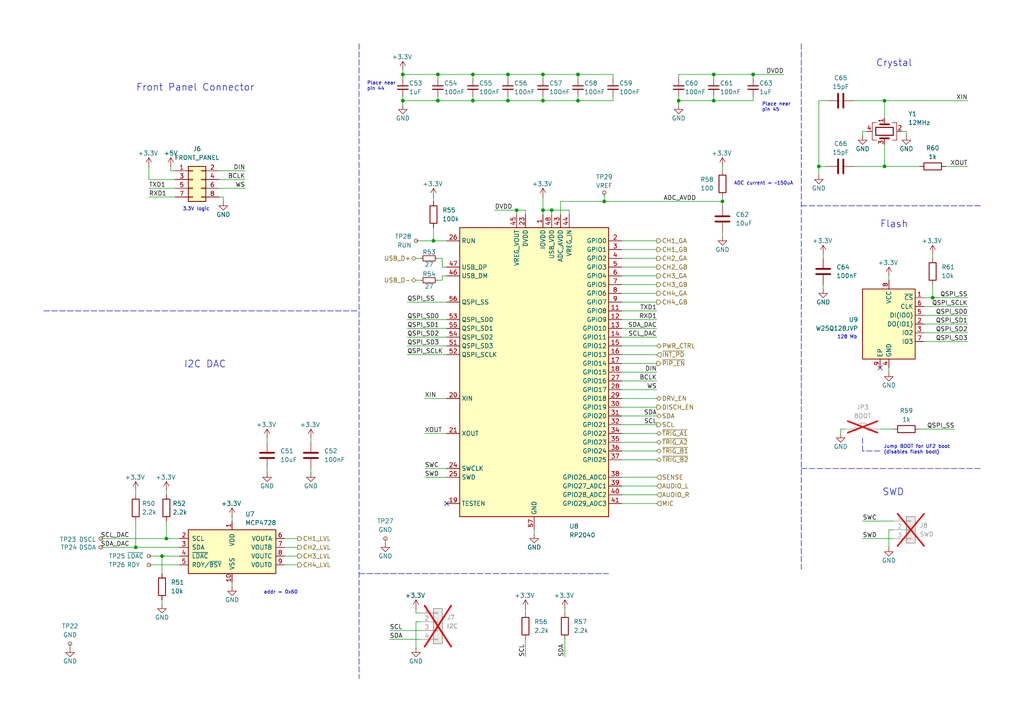
<source format=kicad_sch>
(kicad_sch (version 20231120) (generator "eeschema") (generator_version "8.0")
  (paper "A4")
  (title_block (title "SW32 - Main Board") (date "2024-05-31") (rev "1") (company "saawsm") (comment 4 "Main board controller."))
  (junction (at 39.37 158.75))
  (junction (at 167.64 29.21))
  (junction (at 127 29.21))
  (junction (at 137.16 21.59))
  (junction (at 125.73 69.85))
  (junction (at 157.48 29.21))
  (junction (at 116.84 29.21))
  (junction (at 218.44 21.59))
  (junction (at 137.16 29.21))
  (junction (at 209.55 58.42))
  (junction (at 270.51 86.36))
  (junction (at 256.54 29.21))
  (junction (at 48.26 156.21))
  (junction (at 116.84 21.59))
  (junction (at 207.01 29.21))
  (junction (at 127 21.59))
  (junction (at 256.54 48.26))
  (junction (at 147.32 29.21))
  (junction (at 157.48 21.59))
  (junction (at 157.48 60.96))
  (junction (at 237.49 48.26))
  (junction (at 149.86 60.96))
  (junction (at 46.99 161.29))
  (junction (at 207.01 21.59))
  (junction (at 196.85 29.21))
  (junction (at 147.32 21.59))
  (junction (at 167.64 21.59))
  (junction (at 160.02 60.96))
  (junction (at 175.26 58.42))
  (no_connect (at 129.54 146.05))
  (no_connect (at 255.27 106.68))
  (wire (pts (xy 125.73 66.04) (xy 125.73 69.85)))
  (wire (pts (xy 67.31 170.18) (xy 67.31 168.91)))
  (wire (pts (xy 196.85 27.94) (xy 196.85 29.21)))
  (wire (pts (xy 48.26 156.21) (xy 52.07 156.21)))
  (wire (pts (xy 46.99 175.26) (xy 46.99 173.99)))
  (wire (pts (xy 167.64 21.59) (xy 167.64 22.86)))
  (wire (pts (xy 39.37 142.24) (xy 39.37 143.51)))
  (wire (pts (xy 46.99 161.29) (xy 52.07 161.29)))
  (wire (pts (xy 180.34 140.97) (xy 190.5 140.97)))
  (wire (pts (xy 238.76 73.66) (xy 238.76 74.93)))
  (wire (pts (xy 48.26 142.24) (xy 48.26 143.51)))
  (wire (pts (xy 165.1 60.96) (xy 165.1 62.23)))
  (wire (pts (xy 125.73 58.42) (xy 125.73 57.15)))
  (wire (pts (xy 163.83 185.42) (xy 163.83 190.5)))
  (wire (pts (xy 157.48 60.96) (xy 157.48 62.23)))
  (polyline (pts (xy 232.41 59.69) (xy 284.48 59.69)) (stroke (width 0) (type dash)))
  (wire (pts (xy 180.34 85.09) (xy 190.5 85.09)))
  (wire (pts (xy 267.97 93.98) (xy 280.67 93.98)))
  (wire (pts (xy 120.65 176.53) (xy 120.65 177.8)))
  (wire (pts (xy 270.51 86.36) (xy 280.67 86.36)))
  (wire (pts (xy 180.34 90.17) (xy 190.5 90.17)))
  (wire (pts (xy 180.34 143.51) (xy 190.5 143.51)))
  (wire (pts (xy 123.19 115.57) (xy 129.54 115.57)))
  (wire (pts (xy 196.85 30.48) (xy 196.85 29.21)))
  (wire (pts (xy 49.53 48.26) (xy 49.53 49.53)))
  (wire (pts (xy 180.34 130.81) (xy 190.5 130.81)))
  (wire (pts (xy 180.34 92.71) (xy 190.5 92.71)))
  (wire (pts (xy 147.32 29.21) (xy 137.16 29.21)))
  (polyline (pts (xy 12.7 90.17) (xy 104.14 90.17)) (stroke (width 0) (type dash)))
  (wire (pts (xy 149.86 60.96) (xy 149.86 62.23)))
  (wire (pts (xy 180.34 74.93) (xy 190.5 74.93)))
  (wire (pts (xy 209.55 48.26) (xy 209.55 49.53)))
  (wire (pts (xy 128.27 81.28) (xy 128.27 80.01)))
  (wire (pts (xy 129.54 87.63) (xy 118.11 87.63)))
  (wire (pts (xy 250.19 156.21) (xy 259.08 156.21)))
  (wire (pts (xy 267.97 91.44) (xy 280.67 91.44)))
  (wire (pts (xy 180.34 82.55) (xy 190.5 82.55)))
  (wire (pts (xy 90.17 137.16) (xy 90.17 135.89)))
  (wire (pts (xy 196.85 21.59) (xy 196.85 22.86)))
  (wire (pts (xy 43.18 48.26) (xy 43.18 52.07)))
  (wire (pts (xy 180.34 123.19) (xy 190.5 123.19)))
  (wire (pts (xy 82.55 163.83) (xy 86.36 163.83)))
  (wire (pts (xy 120.65 81.28) (xy 121.92 81.28)))
  (wire (pts (xy 246.38 224.79) (xy 234.95 224.79)))
  (wire (pts (xy 48.26 151.13) (xy 48.26 156.21)))
  (wire (pts (xy 116.84 21.59) (xy 127 21.59)))
  (wire (pts (xy 256.54 48.26) (xy 266.7 48.26)))
  (wire (pts (xy 116.84 27.94) (xy 116.84 29.21)))
  (wire (pts (xy 157.48 29.21) (xy 147.32 29.21)))
  (wire (pts (xy 180.34 115.57) (xy 190.5 115.57)))
  (wire (pts (xy 180.34 125.73) (xy 190.5 125.73)))
  (wire (pts (xy 165.1 60.96) (xy 160.02 60.96)))
  (wire (pts (xy 259.08 151.13) (xy 250.19 151.13)))
  (wire (pts (xy 127 29.21) (xy 127 27.94)))
  (wire (pts (xy 50.8 57.15) (xy 43.18 57.15)))
  (wire (pts (xy 120.65 69.85) (xy 125.73 69.85)))
  (wire (pts (xy 218.44 29.21) (xy 207.01 29.21)))
  (wire (pts (xy 63.5 54.61) (xy 71.12 54.61)))
  (wire (pts (xy 77.47 137.16) (xy 77.47 135.89)))
  (wire (pts (xy 82.55 161.29) (xy 86.36 161.29)))
  (wire (pts (xy 207.01 21.59) (xy 196.85 21.59)))
  (wire (pts (xy 77.47 127) (xy 77.47 128.27)))
  (wire (pts (xy 147.32 21.59) (xy 137.16 21.59)))
  (wire (pts (xy 256.54 41.91) (xy 256.54 48.26)))
  (wire (pts (xy 180.34 80.01) (xy 190.5 80.01)))
  (wire (pts (xy 152.4 185.42) (xy 152.4 190.5)))
  (polyline (pts (xy 104.14 166.37) (xy 176.53 166.37)) (stroke (width 0) (type dash)))
  (wire (pts (xy 190.5 97.79) (xy 180.34 97.79)))
  (wire (pts (xy 160.02 62.23) (xy 160.02 60.96)))
  (wire (pts (xy 39.37 158.75) (xy 52.07 158.75)))
  (wire (pts (xy 128.27 74.93) (xy 128.27 77.47)))
  (wire (pts (xy 67.31 149.86) (xy 67.31 151.13)))
  (wire (pts (xy 129.54 97.79) (xy 118.11 97.79)))
  (wire (pts (xy 116.84 22.86) (xy 116.84 21.59)))
  (wire (pts (xy 43.18 52.07) (xy 50.8 52.07)))
  (wire (pts (xy 209.55 68.58) (xy 209.55 67.31)))
  (wire (pts (xy 257.81 107.95) (xy 257.81 106.68)))
  (wire (pts (xy 257.81 158.75) (xy 257.81 153.67)))
  (wire (pts (xy 180.34 87.63) (xy 190.5 87.63)))
  (wire (pts (xy 90.17 127) (xy 90.17 128.27)))
  (wire (pts (xy 218.44 27.94) (xy 218.44 29.21)))
  (wire (pts (xy 177.8 21.59) (xy 167.64 21.59)))
  (wire (pts (xy 237.49 29.21) (xy 240.03 29.21)))
  (wire (pts (xy 180.34 128.27) (xy 190.5 128.27)))
  (wire (pts (xy 63.5 49.53) (xy 71.12 49.53)))
  (wire (pts (xy 180.34 69.85) (xy 190.5 69.85)))
  (wire (pts (xy 167.64 29.21) (xy 157.48 29.21)))
  (wire (pts (xy 256.54 29.21) (xy 280.67 29.21)))
  (wire (pts (xy 270.51 73.66) (xy 270.51 74.93)))
  (wire (pts (xy 157.48 57.15) (xy 157.48 60.96)))
  (wire (pts (xy 209.55 58.42) (xy 209.55 59.69)))
  (wire (pts (xy 256.54 34.29) (xy 256.54 29.21)))
  (wire (pts (xy 218.44 22.86) (xy 218.44 21.59)))
  (wire (pts (xy 256.54 29.21) (xy 247.65 29.21)))
  (wire (pts (xy 180.34 102.87) (xy 190.5 102.87)))
  (wire (pts (xy 190.5 95.25) (xy 180.34 95.25)))
  (polyline (pts (xy 104.14 12.7) (xy 104.14 196.85)) (stroke (width 0) (type dash)))
  (wire (pts (xy 180.34 77.47) (xy 190.5 77.47)))
  (wire (pts (xy 270.51 82.55) (xy 270.51 86.36)))
  (wire (pts (xy 149.86 60.96) (xy 152.4 60.96)))
  (wire (pts (xy 177.8 27.94) (xy 177.8 29.21)))
  (wire (pts (xy 180.34 105.41) (xy 190.5 105.41)))
  (polyline (pts (xy 232.41 12.7) (xy 232.41 165.1)) (stroke (width 0) (type dash)))
  (wire (pts (xy 209.55 57.15) (xy 209.55 58.42)))
  (wire (pts (xy 120.65 74.93) (xy 121.92 74.93)))
  (wire (pts (xy 257.81 80.01) (xy 257.81 81.28)))
  (wire (pts (xy 234.95 224.79) (xy 234.95 222.25)))
  (wire (pts (xy 180.34 138.43) (xy 190.5 138.43)))
  (wire (pts (xy 123.19 138.43) (xy 129.54 138.43)))
  (wire (pts (xy 267.97 86.36) (xy 270.51 86.36)))
  (wire (pts (xy 129.54 92.71) (xy 118.11 92.71)))
  (wire (pts (xy 46.99 166.37) (xy 46.99 161.29)))
  (wire (pts (xy 180.34 72.39) (xy 190.5 72.39)))
  (wire (pts (xy 128.27 80.01) (xy 129.54 80.01)))
  (wire (pts (xy 180.34 146.05) (xy 190.5 146.05)))
  (wire (pts (xy 137.16 21.59) (xy 137.16 22.86)))
  (wire (pts (xy 207.01 29.21) (xy 196.85 29.21)))
  (wire (pts (xy 175.26 55.88) (xy 175.26 58.42)))
  (wire (pts (xy 29.21 156.21) (xy 48.26 156.21)))
  (wire (pts (xy 20.32 187.96) (xy 20.32 186.69)))
  (wire (pts (xy 113.03 182.88) (xy 121.92 182.88)))
  (wire (pts (xy 43.18 161.29) (xy 46.99 161.29)))
  (wire (pts (xy 250.19 39.37) (xy 250.19 38.1)))
  (wire (pts (xy 116.84 29.21) (xy 127 29.21)))
  (wire (pts (xy 207.01 27.94) (xy 207.01 29.21)))
  (wire (pts (xy 157.48 27.94) (xy 157.48 29.21)))
  (wire (pts (xy 162.56 58.42) (xy 175.26 58.42)))
  (wire (pts (xy 154.94 154.94) (xy 154.94 153.67)))
  (wire (pts (xy 162.56 58.42) (xy 162.56 62.23)))
  (wire (pts (xy 120.65 180.34) (xy 121.92 180.34)))
  (wire (pts (xy 261.62 38.1) (xy 262.89 38.1)))
  (wire (pts (xy 63.5 52.07) (xy 71.12 52.07)))
  (wire (pts (xy 128.27 77.47) (xy 129.54 77.47)))
  (wire (pts (xy 127 74.93) (xy 128.27 74.93)))
  (wire (pts (xy 238.76 83.82) (xy 238.76 82.55)))
  (wire (pts (xy 64.77 57.15) (xy 64.77 58.42)))
  (wire (pts (xy 116.84 20.32) (xy 116.84 21.59)))
  (wire (pts (xy 82.55 158.75) (xy 86.36 158.75)))
  (wire (pts (xy 243.84 124.46) (xy 243.84 125.73)))
  (wire (pts (xy 266.7 124.46) (xy 276.86 124.46)))
  (wire (pts (xy 43.18 163.83) (xy 52.07 163.83)))
  (wire (pts (xy 255.27 124.46) (xy 259.08 124.46)))
  (wire (pts (xy 180.34 118.11) (xy 190.5 118.11)))
  (wire (pts (xy 137.16 29.21) (xy 127 29.21)))
  (wire (pts (xy 127 21.59) (xy 127 22.86)))
  (wire (pts (xy 137.16 21.59) (xy 127 21.59)))
  (wire (pts (xy 123.19 135.89) (xy 129.54 135.89)))
  (wire (pts (xy 137.16 27.94) (xy 137.16 29.21)))
  (wire (pts (xy 147.32 21.59) (xy 147.32 22.86)))
  (wire (pts (xy 111.76 157.48) (xy 111.76 156.21)))
  (wire (pts (xy 177.8 22.86) (xy 177.8 21.59)))
  (wire (pts (xy 50.8 54.61) (xy 43.18 54.61)))
  (wire (pts (xy 29.21 158.75) (xy 39.37 158.75)))
  (wire (pts (xy 121.92 185.42) (xy 113.03 185.42)))
  (wire (pts (xy 125.73 69.85) (xy 129.54 69.85)))
  (wire (pts (xy 180.34 100.33) (xy 190.5 100.33)))
  (wire (pts (xy 120.65 177.8) (xy 121.92 177.8)))
  (wire (pts (xy 267.97 99.06) (xy 280.67 99.06)))
  (wire (pts (xy 180.34 110.49) (xy 190.5 110.49)))
  (wire (pts (xy 120.65 187.96) (xy 120.65 180.34)))
  (wire (pts (xy 207.01 21.59) (xy 218.44 21.59)))
  (wire (pts (xy 167.64 21.59) (xy 157.48 21.59)))
  (polyline (pts (xy 255.27 130.81) (xy 250.19 130.81)) (stroke (width 0) (type dash)))
  (wire (pts (xy 243.84 124.46) (xy 245.11 124.46)))
  (wire (pts (xy 250.19 38.1) (xy 251.46 38.1)))
  (polyline (pts (xy 232.41 135.89) (xy 284.48 135.89)) (stroke (width 0) (type dash)))
  (wire (pts (xy 267.97 88.9) (xy 280.67 88.9)))
  (wire (pts (xy 64.77 57.15) (xy 63.5 57.15)))
  (wire (pts (xy 152.4 176.53) (xy 152.4 177.8)))
  (wire (pts (xy 163.83 176.53) (xy 163.83 177.8)))
  (wire (pts (xy 180.34 133.35) (xy 190.5 133.35)))
  (wire (pts (xy 123.19 125.73) (xy 129.54 125.73)))
  (wire (pts (xy 180.34 113.03) (xy 190.5 113.03)))
  (wire (pts (xy 175.26 58.42) (xy 209.55 58.42)))
  (wire (pts (xy 157.48 21.59) (xy 147.32 21.59)))
  (wire (pts (xy 39.37 151.13) (xy 39.37 158.75)))
  (polyline (pts (xy 250.19 127) (xy 250.19 130.81)) (stroke (width 0) (type dash)))
  (wire (pts (xy 180.34 120.65) (xy 190.5 120.65)))
  (wire (pts (xy 257.81 153.67) (xy 259.08 153.67)))
  (wire (pts (xy 167.64 27.94) (xy 167.64 29.21)))
  (wire (pts (xy 129.54 100.33) (xy 118.11 100.33)))
  (wire (pts (xy 143.51 60.96) (xy 149.86 60.96)))
  (wire (pts (xy 267.97 96.52) (xy 280.67 96.52)))
  (wire (pts (xy 82.55 156.21) (xy 86.36 156.21)))
  (wire (pts (xy 237.49 50.8) (xy 237.49 48.26)))
  (wire (pts (xy 274.32 48.26) (xy 280.67 48.26)))
  (wire (pts (xy 218.44 21.59) (xy 227.33 21.59)))
  (wire (pts (xy 147.32 27.94) (xy 147.32 29.21)))
  (wire (pts (xy 50.8 49.53) (xy 49.53 49.53)))
  (wire (pts (xy 116.84 29.21) (xy 116.84 30.48)))
  (wire (pts (xy 160.02 60.96) (xy 157.48 60.96)))
  (wire (pts (xy 177.8 29.21) (xy 167.64 29.21)))
  (wire (pts (xy 129.54 95.25) (xy 118.11 95.25)))
  (wire (pts (xy 180.34 107.95) (xy 190.5 107.95)))
  (wire (pts (xy 237.49 29.21) (xy 237.49 48.26)))
  (wire (pts (xy 127 81.28) (xy 128.27 81.28)))
  (wire (pts (xy 157.48 21.59) (xy 157.48 22.86)))
  (wire (pts (xy 207.01 21.59) (xy 207.01 22.86)))
  (wire (pts (xy 247.65 48.26) (xy 256.54 48.26)))
  (wire (pts (xy 152.4 60.96) (xy 152.4 62.23)))
  (wire (pts (xy 262.89 39.37) (xy 262.89 38.1)))
  (wire (pts (xy 129.54 102.87) (xy 118.11 102.87)))
  (wire (pts (xy 237.49 48.26) (xy 240.03 48.26)))
  (text "Crystal" (at 259.334 19.558 0) (effects (font (size 2 2)) (justify bottom)))
  (text "Jump BOOT for UF2 boot\n(disables flash boot)" (at 256.286 131.826 0) (effects (font (size 1 1)) (justify left bottom)))
  (text "addr = 0x60" (at 76.454 172.466 0) (effects (font (size 1 1)) (justify left bottom)))
  (text "SWD" (at 259.08 144.018 0) (effects (font (size 2 2)) (justify bottom)))
  (text "ADC current = ~150uA" (at 212.852 53.848 0) (effects (font (size 1 1)) (justify left bottom)))
  (text "3.3V logic" (at 56.896 60.706 0) (effects (font (size 1 1))))
  (text "Front Panel Connector" (at 56.642 26.67 0) (effects (font (size 2 2)) (justify bottom)))
  (text "I2C DAC" (at 53.34 106.934 0) (effects (font (size 2 2)) (justify left bottom)))
  (text "Place near \npin 44" (at 106.426 26.416 0) (effects (font (size 1 1)) (justify left bottom)))
  (text "Place near \npin 45" (at 220.98 32.512 0) (effects (font (size 1 1)) (justify left bottom)))
  (text "Flash" (at 259.334 66.294 0) (effects (font (size 2 2)) (justify bottom)))
  (text "128 Mb" (at 248.666 97.282 0) (effects (font (size 1 1)) (justify right top)))
  (label "WS" (at 71.12 54.61 180))
  (label "RXD1" (at 190.5 92.71 180))
  (label "SCL_DAC" (at 29.21 156.21 0))
  (label "SDA_DAC" (at 190.5 95.25 180))
  (label "QSPI_SCLK" (at 118.11 102.87 0))
  (label "ADC_AVDD" (at 201.93 58.42 180))
  (label "DIN" (at 190.5 107.95 180))
  (label "WS" (at 190.5 113.03 180))
  (label "SCL" (at 152.4 190.5 90))
  (label "DVDD" (at 143.51 60.96 0))
  (label "SCL" (at 190.5 123.19 180))
  (label "SCL" (at 113.03 182.88 0))
  (label "TXD1" (at 190.5 90.17 180))
  (label "DIN" (at 71.12 49.53 180))
  (label "QSPI_SD3" (at 280.67 99.06 180))
  (label "QSPI_SD1" (at 118.11 95.25 0))
  (label "XIN" (at 123.19 115.57 0))
  (label "SWC" (at 250.19 151.13 0))
  (label "SWC" (at 123.19 135.89 0))
  (label "SWD" (at 123.19 138.43 0))
  (label "SCL_DAC" (at 190.5 97.79 180))
  (label "QSPI_SS" (at 276.86 124.46 180))
  (label "QSPI_SD3" (at 118.11 100.33 0))
  (label "TXD1" (at 43.18 54.61 0))
  (label "SWD" (at 250.19 156.21 0))
  (label "QSPI_SD0" (at 118.11 92.71 0))
  (label "QSPI_SD2" (at 280.67 96.52 180))
  (label "QSPI_SD2" (at 118.11 97.79 0))
  (label "QSPI_SS" (at 280.67 86.36 180))
  (label "XOUT" (at 280.67 48.26 180))
  (label "SDA" (at 113.03 185.42 0))
  (label "SDA" (at 163.83 190.5 90))
  (label "RXD1" (at 43.18 57.15 0))
  (label "XOUT" (at 123.19 125.73 0))
  (label "SDA" (at 190.5 120.65 180))
  (label "QSPI_SD1" (at 280.67 93.98 180))
  (label "DVDD" (at 227.33 21.59 180))
  (label "QSPI_SD0" (at 280.67 91.44 180))
  (label "ADC_AVDD" (at 246.38 224.79 180))
  (label "QSPI_SCLK" (at 280.67 88.9 180))
  (label "BCLK" (at 190.5 110.49 180))
  (label "SDA_DAC" (at 29.21 158.75 0))
  (label "BCLK" (at 71.12 52.07 180))
  (label "XIN" (at 280.67 29.21 180))
  (label "QSPI_SS" (at 118.11 87.63 0))
  (hierarchical_label "CH4_GA" (shape output) (at 190.5 85.09 0))
  (hierarchical_label "~{PIP_EN}" (shape output) (at 190.5 105.41 0))
  (hierarchical_label "CH2_LVL" (shape output) (at 86.36 158.75 0))
  (hierarchical_label "DISCH_EN" (shape output) (at 190.5 118.11 0))
  (hierarchical_label "USB_D+" (shape bidirectional) (at 120.65 74.93 180))
  (hierarchical_label "SENSE" (shape input) (at 190.5 138.43 0))
  (hierarchical_label "CH3_GB" (shape output) (at 190.5 82.55 0))
  (hierarchical_label "CH2_GB" (shape output) (at 190.5 77.47 0))
  (hierarchical_label "PWR_CTRL" (shape bidirectional) (at 190.5 100.33 0))
  (hierarchical_label "~{INT_PD}" (shape input) (at 190.5 102.87 0))
  (hierarchical_label "~{TRIG_A1}" (shape bidirectional) (at 190.5 125.73 0))
  (hierarchical_label "CH3_LVL" (shape output) (at 86.36 161.29 0))
  (hierarchical_label "CH3_GA" (shape output) (at 190.5 80.01 0))
  (hierarchical_label "~{TRIG_B1}" (shape bidirectional) (at 190.5 130.81 0))
  (hierarchical_label "USB_D-" (shape bidirectional) (at 120.65 81.28 180))
  (hierarchical_label "MIC" (shape input) (at 190.5 146.05 0))
  (hierarchical_label "CH4_LVL" (shape output) (at 86.36 163.83 0))
  (hierarchical_label "SCL" (shape output) (at 190.5 123.19 0))
  (hierarchical_label "CH1_GA" (shape output) (at 190.5 69.85 0))
  (hierarchical_label "CH4_GB" (shape output) (at 190.5 87.63 0))
  (hierarchical_label "CH1_LVL" (shape output) (at 86.36 156.21 0))
  (hierarchical_label "~{TRIG_A2}" (shape bidirectional) (at 190.5 128.27 0))
  (hierarchical_label "CH2_GA" (shape output) (at 190.5 74.93 0))
  (hierarchical_label "AUDIO_L" (shape input) (at 190.5 140.97 0))
  (hierarchical_label "~{TRIG_B2}" (shape bidirectional) (at 190.5 133.35 0))
  (hierarchical_label "AUDIO_R" (shape input) (at 190.5 143.51 0))
  (hierarchical_label "SDA" (shape bidirectional) (at 190.5 120.65 0))
  (hierarchical_label "DRV_EN" (shape bidirectional) (at 190.5 115.57 0))
  (hierarchical_label "CH1_GB" (shape output) (at 190.5 72.39 0))
  (symbol (lib_id "Connector_Generic:Conn_01x03") (at 264.16 153.67 0) (unit 1) (dnp yes)
    (property "Reference" "J8" (at 266.7 152.3999 0) (effects (justify left)))
    (property "Value" "SWD" (at 266.7 154.9399 0) (effects (justify left)))
    (property "Footprint" "Connector_PinHeader_2.54mm:PinHeader_1x03_P2.54mm_Vertical" (effects (hide yes)))
    (property "Description" "Generic connector, single row, 01x03, script generated (kicad-library-utils/schlib/autogen/connector/)" (effects (hide yes)))
    (property "LCSC" "C2937625" (effects (hide yes)))
    (property "Service" "HandAssembly" (effects (hide yes)))
  )
  (symbol (lib_id "power:+3.3V") (at 270.51 73.66 0) (unit 1)
    (property "Reference" "#PWR0131" (effects (hide yes)))
    (property "Value" "+3.3V" (at 270.256 69.85 0))
    (property "Description" "Power symbol creates a global label with name \"+3.3V\"" (effects (hide yes)))
  )
  (symbol (lib_id "Device:C") (at 238.76 78.74 0) (unit 1)
    (property "Reference" "C64" (at 242.57 77.4699 0) (effects (justify left)))
    (property "Value" "100nF" (at 242.57 80.0099 0) (effects (justify left)))
    (property "Footprint" "Capacitor_SMD:C_0603_1608Metric" (effects (hide yes)))
    (property "Datasheet" "https://www.lcsc.com/datasheet/lcsc_datasheet_2211101700_YAGEO-CC0603KRX7R9BB104_C14663.pdf" (effects (hide yes)))
    (property "Description" "Unpolarized capacitor" (effects (hide yes)))
    (property "LCSC" "C14663" (effects (hide yes)))
    (property "Service" "PCBA" (effects (hide yes)))
  )
  (symbol (lib_id "Device:R") (at 152.4 181.61 180) (unit 1)
    (property "Reference" "R56" (at 154.94 180.3399 0) (effects (justify right)))
    (property "Value" "2.2k" (at 154.94 182.8799 0) (effects (justify right)))
    (property "Footprint" "Resistor_SMD:R_0603_1608Metric" (effects (hide yes)))
    (property "Datasheet" "https://www.lcsc.com/datasheet/lcsc_datasheet_2206010230_UNI-ROYAL-Uniroyal-Elec-0603WAF2201T5E_C4190.pdf" (effects (hide yes)))
    (property "Description" "Resistor" (effects (hide yes)))
    (property "LCSC" "C4190" (effects (hide yes)))
    (property "Service" "PCBA" (effects (hide yes)))
  )
  (symbol (lib_id "power:GND") (at 120.65 187.96 0) (unit 1)
    (property "Reference" "#PWR0113" (effects (hide yes)))
    (property "Value" "GND" (at 120.65 191.77 0))
    (property "Description" "Power symbol creates a global label with name \"GND\" , ground" (effects (hide yes)))
  )
  (symbol (lib_id "Device:R") (at 125.73 62.23 180) (unit 1)
    (property "Reference" "R55" (at 128.27 60.9599 0) (effects (justify right)))
    (property "Value" "100k" (at 128.27 63.4999 0) (effects (justify right)))
    (property "Footprint" "Resistor_SMD:R_0603_1608Metric" (effects (hide yes)))
    (property "Datasheet" "https://www.lcsc.com/datasheet/lcsc_datasheet_2206010045_UNI-ROYAL-Uniroyal-Elec-0603WAF1003T5E_C25803.pdf" (effects (hide yes)))
    (property "Description" "Resistor" (effects (hide yes)))
    (property "LCSC" "C25803" (effects (hide yes)))
    (property "Service" "PCBA" (effects (hide yes)))
  )
  (symbol (lib_id "power:+3.3V") (at 257.81 80.01 0) (unit 1)
    (property "Reference" "#PWR0127" (effects (hide yes)))
    (property "Value" "+3.3V" (at 257.556 76.2 0))
    (property "Description" "Power symbol creates a global label with name \"+3.3V\"" (effects (hide yes)))
  )
  (symbol (lib_id "Connector_Generic:Conn_02x04_Odd_Even") (at 55.88 52.07 0) (unit 1)
    (property "Reference" "J6" (at 57.15 43.18 0))
    (property "Value" "FRONT_PANEL" (at 57.15 45.72 0))
    (property "Footprint" "Connector_IDC:IDC-Header_2x04_P2.54mm_Vertical" (effects (hide yes)))
    (property "Datasheet" "https://www.lcsc.com/datasheet/lcsc_datasheet_2303141000_HCTL-HC-JN254-2-04-Z_C5372864.pdf" (effects (hide yes)))
    (property "Description" "Generic connector, double row, 02x04, odd/even pin numbering scheme (row 1 odd numbers, row 2 even numbers), script generated (kicad-library-utils/schlib/autogen/connector/)" (effects (hide yes)))
    (property "LCSC" "C5372864" (effects (hide yes)))
    (property "Service" "HandAssembly" (effects (hide yes)))
  )
  (symbol (lib_id "Device:R") (at 39.37 147.32 180) (unit 1)
    (property "Reference" "R50" (at 41.148 146.05 0) (effects (justify right)))
    (property "Value" "2.2k" (at 41.148 148.59 0) (effects (justify right)))
    (property "Footprint" "Resistor_SMD:R_0603_1608Metric" (effects (hide yes)))
    (property "Datasheet" "https://www.lcsc.com/datasheet/lcsc_datasheet_2206010230_UNI-ROYAL-Uniroyal-Elec-0603WAF2201T5E_C4190.pdf" (effects (hide yes)))
    (property "Description" "Resistor" (effects (hide yes)))
    (property "LCSC" "C4190" (effects (hide yes)))
    (property "Service" "PCBA" (effects (hide yes)))
  )
  (symbol (lib_id "power:GND") (at 257.81 107.95 0) (unit 1)
    (property "Reference" "#PWR0128" (effects (hide yes)))
    (property "Value" "GND" (at 257.81 111.76 0))
    (property "Description" "Power symbol creates a global label with name \"GND\" , ground" (effects (hide yes)))
  )
  (symbol (lib_id "Device:R") (at 270.51 48.26 90) (unit 1)
    (property "Reference" "R60" (at 270.51 42.926 90))
    (property "Value" "1k" (at 270.51 45.466 90))
    (property "Footprint" "Resistor_SMD:R_0603_1608Metric" (effects (hide yes)))
    (property "Datasheet" "https://www.lcsc.com/datasheet/lcsc_datasheet_2206010130_UNI-ROYAL-Uniroyal-Elec-0603WAF1001T5E_C21190.pdf" (effects (hide yes)))
    (property "Description" "Resistor" (effects (hide yes)))
    (property "LCSC" "C21190" (effects (hide yes)))
    (property "Service" "PCBA" (effects (hide yes)))
  )
  (symbol (lib_id "Device:C") (at 77.47 132.08 0) (unit 1)
    (property "Reference" "C51" (at 81.28 130.8099 0) (effects (justify left)))
    (property "Value" "10uF" (at 81.28 133.3499 0) (effects (justify left)))
    (property "Footprint" "Capacitor_SMD:C_0603_1608Metric" (effects (hide yes)))
    (property "Datasheet" "https://www.lcsc.com/datasheet/lcsc_datasheet_2304140030_Samsung-Electro-Mechanics-CL10A106MA8NRNC_C96446.pdf" (effects (hide yes)))
    (property "Description" "Unpolarized capacitor" (effects (hide yes)))
    (property "LCSC" "C96446" (effects (hide yes)))
    (property "Service" "PCBA" (effects (hide yes)))
  )
  (symbol (lib_id "Jumper:Jumper_2_Open") (at 250.19 124.46 0) (unit 1) (dnp yes)
    (property "Reference" "JP3" (at 250.19 118.11 0))
    (property "Value" "BOOT" (at 250.19 120.65 0))
    (property "Footprint" "Connector_PinHeader_2.54mm:PinHeader_1x02_P2.54mm_Vertical" (effects (hide yes)))
    (property "Description" "Jumper, 2-pole, open" (effects (hide yes)))
    (property "LCSC" "C492401" (effects (hide yes)))
    (property "Service" "HandAssembly" (effects (hide yes)))
  )
  (symbol (lib_id "power:+3.3V") (at 120.65 176.53 0) (unit 1)
    (property "Reference" "#PWR0112" (effects (hide yes)))
    (property "Value" "+3.3V" (at 120.396 172.72 0))
    (property "Description" "Power symbol creates a global label with name \"+3.3V\"" (effects (hide yes)))
  )
  (symbol (lib_id "Device:C_Small") (at 157.48 25.4 0) (unit 1)
    (property "Reference" "C57" (at 159.258 24.13 0) (effects (justify left)))
    (property "Value" "100nF" (at 159.258 26.67 0) (effects (justify left)))
    (property "Footprint" "Capacitor_SMD:C_0402_1005Metric" (effects (hide yes)))
    (property "Datasheet" "https://www.lcsc.com/datasheet/lcsc_datasheet_2304140030_Samsung-Electro-Mechanics-CL05B104KB54PNC_C307331.pdf" (effects (hide yes)))
    (property "Description" "Unpolarized capacitor" (effects (hide yes)))
    (property "LCSC" "C307331" (effects (hide yes)))
    (property "Service" "PCBA" (effects (hide yes)))
  )
  (symbol (lib_id "power:+3.3V") (at 67.31 149.86 0) (unit 1)
    (property "Reference" "#PWR0103" (effects (hide yes)))
    (property "Value" "+3.3V" (at 67.056 146.05 0))
    (property "Description" "Power symbol creates a global label with name \"+3.3V\"" (effects (hide yes)))
  )
  (symbol (lib_id "power:GND") (at 154.94 154.94 0) (unit 1)
    (property "Reference" "#PWR0116" (effects (hide yes)))
    (property "Value" "GND" (at 154.94 158.75 0))
    (property "Description" "Power symbol creates a global label with name \"GND\" , ground" (effects (hide yes)))
  )
  (symbol (lib_id "power:+3.3V") (at 43.18 48.26 0) (unit 1)
    (property "Reference" "#PWR098" (effects (hide yes)))
    (property "Value" "+3.3V" (at 42.926 44.45 0))
    (property "Description" "Power symbol creates a global label with name \"+3.3V\"" (effects (hide yes)))
  )
  (symbol (lib_id "power:+5V") (at 49.53 48.26 0) (mirror y) (unit 1)
    (property "Reference" "#PWR0101" (effects (hide yes)))
    (property "Value" "+5V" (at 49.53 44.45 0))
    (property "Description" "Power symbol creates a global label with name \"+5V\"" (effects (hide yes)))
  )
  (symbol (lib_id "Device:Crystal_GND24") (at 256.54 38.1 270) (unit 1)
    (property "Reference" "Y1" (at 263.398 33.02 90) (effects (justify left)))
    (property "Value" "12MHz" (at 263.398 35.56 90) (effects (justify left)))
    (property "Footprint" "Crystal:Crystal_SMD_3225-4Pin_3.2x2.5mm" (effects (hide yes)))
    (property "Datasheet" "https://www.lcsc.com/datasheet/lcsc_datasheet_2402271053_Abracon-LLC-ABM8-272-T3_C20625731.pdf" (effects (hide yes)))
    (property "Description" "Four pin crystal, GND on pins 2 and 4" (effects (hide yes)))
    (property "LCSC" "C20625731" (effects (hide yes)))
    (property "Service" "PCBA" (effects (hide yes)))
  )
  (symbol (lib_id "power:+3.3V") (at 209.55 48.26 0) (unit 1)
    (property "Reference" "#PWR0120" (effects (hide yes)))
    (property "Value" "+3.3V" (at 209.296 44.45 0))
    (property "Description" "Power symbol creates a global label with name \"+3.3V\"" (effects (hide yes)))
  )
  (symbol (lib_id "power:+3.3V") (at 90.17 127 0) (unit 1)
    (property "Reference" "#PWR0107" (effects (hide yes)))
    (property "Value" "+3.3V" (at 89.916 123.19 0))
    (property "Description" "Power symbol creates a global label with name \"+3.3V\"" (effects (hide yes)))
  )
  (symbol (lib_id "Device:C_Small") (at 207.01 25.4 0) (unit 1)
    (property "Reference" "C61" (at 208.788 24.13 0) (effects (justify left)))
    (property "Value" "100nF" (at 208.788 26.67 0) (effects (justify left)))
    (property "Footprint" "Capacitor_SMD:C_0402_1005Metric" (effects (hide yes)))
    (property "Datasheet" "https://www.lcsc.com/datasheet/lcsc_datasheet_2304140030_Samsung-Electro-Mechanics-CL05B104KB54PNC_C307331.pdf" (effects (hide yes)))
    (property "Description" "Unpolarized capacitor" (effects (hide yes)))
    (property "LCSC" "C307331" (effects (hide yes)))
    (property "Service" "PCBA" (effects (hide yes)))
  )
  (symbol (lib_id "power:GND") (at 67.31 170.18 0) (unit 1)
    (property "Reference" "#PWR0104" (effects (hide yes)))
    (property "Value" "GND" (at 67.31 173.99 0))
    (property "Description" "Power symbol creates a global label with name \"GND\" , ground" (effects (hide yes)))
  )
  (symbol (lib_id "Device:R") (at 163.83 181.61 180) (unit 1)
    (property "Reference" "R57" (at 166.37 180.3399 0) (effects (justify right)))
    (property "Value" "2.2k" (at 166.37 182.8799 0) (effects (justify right)))
    (property "Footprint" "Resistor_SMD:R_0603_1608Metric" (effects (hide yes)))
    (property "Datasheet" "https://www.lcsc.com/datasheet/lcsc_datasheet_2206010230_UNI-ROYAL-Uniroyal-Elec-0603WAF2201T5E_C4190.pdf" (effects (hide yes)))
    (property "Description" "Resistor" (effects (hide yes)))
    (property "LCSC" "C4190" (effects (hide yes)))
    (property "Service" "PCBA" (effects (hide yes)))
  )
  (symbol (lib_id "power:GND") (at 64.77 58.42 0) (mirror y) (unit 1)
    (property "Reference" "#PWR0102" (effects (hide yes)))
    (property "Value" "GND" (at 64.77 62.23 0))
    (property "Description" "Power symbol creates a global label with name \"GND\" , ground" (effects (hide yes)))
  )
  (symbol (lib_id "power:+3.3V") (at 116.84 20.32 0) (unit 1)
    (property "Reference" "#PWR0110" (effects (hide yes)))
    (property "Value" "+3.3V" (at 116.586 16.51 0))
    (property "Description" "Power symbol creates a global label with name \"+3.3V\"" (effects (hide yes)))
  )
  (symbol (lib_id "Analog_DAC:MCP4728") (at 67.31 158.75 0) (unit 1)
    (property "Reference" "U7" (at 71.12 149.098 0) (effects (justify left)))
    (property "Value" "MCP4728" (at 71.12 151.638 0) (effects (justify left)))
    (property "Footprint" "Package_SO:MSOP-10_3x3mm_P0.5mm" (effects (hide yes)))
    (property "Datasheet" "https://www.lcsc.com/datasheet/lcsc_datasheet_1811151641_Microchip-Tech-MCP4728-E-UN_C108207.pdf" (effects (hide yes)))
    (property "Description" "12-bit digital to analog converter, quad output, 2.048V internal reference, integrated EEPROM, I2C interface" (effects (hide yes)))
    (property "LCSC" "C108207" (effects (hide yes)))
    (property "Service" "PCBA" (effects (hide yes)))
  )
  (symbol (lib_id "Device:R") (at 209.55 53.34 180) (unit 1)
    (property "Reference" "R58" (at 207.01 52.07 0) (effects (justify left)))
    (property "Value" "100" (at 207.01 54.61 0) (effects (justify left)))
    (property "Footprint" "Resistor_SMD:R_0603_1608Metric" (effects (hide yes)))
    (property "Datasheet" "https://www.lcsc.com/datasheet/lcsc_datasheet_2206010130_UNI-ROYAL-Uniroyal-Elec-0603WAF1000T5E_C22775.pdf" (effects (hide yes)))
    (property "Description" "Resistor" (effects (hide yes)))
    (property "LCSC" "C22775" (effects (hide yes)))
    (property "Service" "PCBA" (effects (hide yes)))
  )
  (symbol (lib_id "power:GND") (at 262.89 39.37 0) (unit 1)
    (property "Reference" "#PWR0130" (effects (hide yes)))
    (property "Value" "GND" (at 262.89 43.18 0))
    (property "Description" "Power symbol creates a global label with name \"GND\" , ground" (effects (hide yes)))
  )
  (symbol (lib_id "Device:C_Small") (at 167.64 25.4 0) (unit 1)
    (property "Reference" "C58" (at 169.418 24.13 0) (effects (justify left)))
    (property "Value" "100nF" (at 169.418 26.67 0) (effects (justify left)))
    (property "Footprint" "Capacitor_SMD:C_0402_1005Metric" (effects (hide yes)))
    (property "Datasheet" "https://www.lcsc.com/datasheet/lcsc_datasheet_2304140030_Samsung-Electro-Mechanics-CL05B104KB54PNC_C307331.pdf" (effects (hide yes)))
    (property "Description" "Unpolarized capacitor" (effects (hide yes)))
    (property "LCSC" "C307331" (effects (hide yes)))
    (property "Service" "PCBA" (effects (hide yes)))
  )
  (symbol (lib_id "Device:C_Small") (at 177.8 25.4 0) (unit 1)
    (property "Reference" "C59" (at 179.578 24.13 0) (effects (justify left)))
    (property "Value" "100nF" (at 179.578 26.67 0) (effects (justify left)))
    (property "Footprint" "Capacitor_SMD:C_0402_1005Metric" (effects (hide yes)))
    (property "Datasheet" "https://www.lcsc.com/datasheet/lcsc_datasheet_2304140030_Samsung-Electro-Mechanics-CL05B104KB54PNC_C307331.pdf" (effects (hide yes)))
    (property "Description" "Unpolarized capacitor" (effects (hide yes)))
    (property "LCSC" "C307331" (effects (hide yes)))
    (property "Service" "PCBA" (effects (hide yes)))
  )
  (symbol (lib_id "power:+3.3V") (at 157.48 57.15 0) (unit 1)
    (property "Reference" "#PWR0117" (effects (hide yes)))
    (property "Value" "+3.3V" (at 157.226 53.34 0))
    (property "Description" "Power symbol creates a global label with name \"+3.3V\"" (effects (hide yes)))
  )
  (symbol (lib_id "power:+3.3V") (at 238.76 73.66 0) (unit 1)
    (property "Reference" "#PWR0123" (effects (hide yes)))
    (property "Value" "+3.3V" (at 238.506 69.85 0))
    (property "Description" "Power symbol creates a global label with name \"+3.3V\"" (effects (hide yes)))
  )
  (symbol (lib_id "power:GND") (at 209.55 68.58 0) (unit 1)
    (property "Reference" "#PWR0121" (effects (hide yes)))
    (property "Value" "GND" (at 209.55 72.39 0))
    (property "Description" "Power symbol creates a global label with name \"GND\" , ground" (effects (hide yes)))
  )
  (symbol (lib_id "power:+3.3V") (at 77.47 127 0) (unit 1)
    (property "Reference" "#PWR0105" (effects (hide yes)))
    (property "Value" "+3.3V" (at 77.216 123.19 0))
    (property "Description" "Power symbol creates a global label with name \"+3.3V\"" (effects (hide yes)))
  )
  (symbol (lib_id "power:GND") (at 243.84 125.73 0) (unit 1)
    (property "Reference" "#PWR0125" (effects (hide yes)))
    (property "Value" "GND" (at 243.84 129.54 0))
    (property "Description" "Power symbol creates a global label with name \"GND\" , ground" (effects (hide yes)))
  )
  (symbol (lib_id "Connector:TestPoint_Small") (at 43.18 163.83 0) (mirror y) (unit 1) (in_bom no)
    (property "Reference" "TP26" (at 31.496 163.83 0) (effects (justify right)))
    (property "Value" "RDY" (at 40.64 163.83 0) (effects (justify left)))
    (property "Footprint" "TestPoint:TestPoint_Pad_D1.0mm" (effects (hide yes)))
    (property "Description" "test point" (effects (hide yes)))
    (property "Service" "PCBA;HandAssembly" (effects (hide yes)))
  )
  (symbol (lib_id "power:GND") (at 46.99 175.26 0) (unit 1)
    (property "Reference" "#PWR099" (effects (hide yes)))
    (property "Value" "GND" (at 46.99 179.07 0))
    (property "Description" "Power symbol creates a global label with name \"GND\" , ground" (effects (hide yes)))
  )
  (symbol (lib_id "Device:R") (at 270.51 78.74 180) (unit 1)
    (property "Reference" "R61" (at 273.05 77.4699 0) (effects (justify right)))
    (property "Value" "10k" (at 273.05 80.0099 0) (effects (justify right)))
    (property "Footprint" "Resistor_SMD:R_0603_1608Metric" (effects (hide yes)))
    (property "Datasheet" "https://www.lcsc.com/datasheet/lcsc_datasheet_2206010045_UNI-ROYAL-Uniroyal-Elec-0603WAF1002T5E_C25804.pdf" (effects (hide yes)))
    (property "Description" "Resistor" (effects (hide yes)))
    (property "LCSC" "C25804" (effects (hide yes)))
    (property "Service" "PCBA" (effects (hide yes)))
  )
  (symbol (lib_id "MCU_RaspberryPi:RP2040") (at 154.94 107.95 0) (unit 1)
    (property "Reference" "U8" (at 165.1 152.654 0) (effects (justify left)))
    (property "Value" "RP2040" (at 165.1 155.194 0) (effects (justify left)))
    (property "Footprint" "Package_DFN_QFN:QFN-56-1EP_7x7mm_P0.4mm_EP3.2x3.2mm" (effects (hide yes)))
    (property "Datasheet" "https://www.lcsc.com/datasheet/lcsc_datasheet_2201101600_Raspberry-Pi-RP2040_C2040.pdf" (effects (hide yes)))
    (property "Description" "32-bit dual ARM Cortex-M0+ microcontroller by Raspberry Pi" (effects (hide yes)))
    (property "LCSC" "C2040" (effects (hide yes)))
    (property "Service" "PCBA" (effects (hide yes)))
  )
  (symbol (lib_id "power:+3.3V") (at 125.73 57.15 0) (unit 1)
    (property "Reference" "#PWR0114" (effects (hide yes)))
    (property "Value" "+3.3V" (at 125.476 53.34 0))
    (property "Description" "Power symbol creates a global label with name \"+3.3V\"" (effects (hide yes)))
  )
  (symbol (lib_id "Device:R_Small") (at 124.46 81.28 90) (unit 1)
    (property "Reference" "R54" (at 124.46 79.502 90))
    (property "Value" "27" (at 124.46 83.058 90))
    (property "Footprint" "Resistor_SMD:R_0603_1608Metric" (effects (hide yes)))
    (property "Datasheet" "https://www.lcsc.com/datasheet/lcsc_datasheet_2205311845_UNI-ROYAL-Uniroyal-Elec-0603WAF270JT5E_C25190.pdf" (effects (hide yes)))
    (property "Description" "Resistor" (effects (hide yes)))
    (property "LCSC" "C25190" (effects (hide yes)))
    (property "Service" "PCBA" (effects (hide yes)))
  )
  (symbol (lib_id "Connector:TestPoint_Small") (at 29.21 158.75 0) (mirror y) (unit 1) (in_bom no)
    (property "Reference" "TP24" (at 17.526 158.75 0) (effects (justify right)))
    (property "Value" "DSDA" (at 22.86 158.75 0) (effects (justify right)))
    (property "Footprint" "TestPoint:TestPoint_Pad_D1.0mm" (effects (hide yes)))
    (property "Description" "test point" (effects (hide yes)))
    (property "Service" "PCBA;HandAssembly" (effects (hide yes)))
  )
  (symbol (lib_id "power:GND") (at 196.85 30.48 0) (unit 1)
    (property "Reference" "#PWR0119" (effects (hide yes)))
    (property "Value" "GND" (at 196.85 34.29 0))
    (property "Description" "Power symbol creates a global label with name \"GND\" , ground" (effects (hide yes)))
  )
  (symbol (lib_id "power:+3.3V") (at 48.26 142.24 0) (unit 1)
    (property "Reference" "#PWR0100" (effects (hide yes)))
    (property "Value" "+3.3V" (at 48.006 138.43 0))
    (property "Description" "Power symbol creates a global label with name \"+3.3V\"" (effects (hide yes)))
  )
  (symbol (lib_id "Device:C") (at 243.84 48.26 90) (unit 1)
    (property "Reference" "C66" (at 243.84 41.656 90))
    (property "Value" "15pF" (at 243.84 44.196 90))
    (property "Footprint" "Capacitor_SMD:C_0603_1608Metric" (effects (hide yes)))
    (property "Datasheet" "https://www.lcsc.com/datasheet/lcsc_datasheet_2304140030_Samsung-Electro-Mechanics-CL10C150JB8NNNC_C1644.pdf" (effects (hide yes)))
    (property "Description" "Unpolarized capacitor" (effects (hide yes)))
    (property "LCSC" "C1644" (effects (hide yes)))
    (property "Service" "PCBA" (effects (hide yes)))
  )
  (symbol (lib_id "Device:C_Small") (at 137.16 25.4 0) (unit 1)
    (property "Reference" "C55" (at 138.938 24.13 0) (effects (justify left)))
    (property "Value" "100nF" (at 138.938 26.67 0) (effects (justify left)))
    (property "Footprint" "Capacitor_SMD:C_0402_1005Metric" (effects (hide yes)))
    (property "Datasheet" "https://www.lcsc.com/datasheet/lcsc_datasheet_2304140030_Samsung-Electro-Mechanics-CL05B104KB54PNC_C307331.pdf" (effects (hide yes)))
    (property "Description" "Unpolarized capacitor" (effects (hide yes)))
    (property "LCSC" "C307331" (effects (hide yes)))
    (property "Service" "PCBA" (effects (hide yes)))
  )
  (symbol (lib_id "Connector:TestPoint_Small") (at 43.18 161.29 0) (mirror y) (unit 1) (in_bom no)
    (property "Reference" "TP25" (at 31.496 161.29 0) (effects (justify right)))
    (property "Value" "~{LDAC}" (at 36.83 161.29 0) (effects (justify right)))
    (property "Footprint" "TestPoint:TestPoint_Pad_D1.0mm" (effects (hide yes)))
    (property "Description" "test point" (effects (hide yes)))
    (property "Service" "PCBA;HandAssembly" (effects (hide yes)))
  )
  (symbol (lib_id "power:+3.3V") (at 152.4 176.53 0) (unit 1)
    (property "Reference" "#PWR0115" (effects (hide yes)))
    (property "Value" "+3.3V" (at 152.146 172.72 0))
    (property "Description" "Power symbol creates a global label with name \"+3.3V\"" (effects (hide yes)))
  )
  (symbol (lib_id "Device:R") (at 262.89 124.46 90) (unit 1)
    (property "Reference" "R59" (at 262.89 119.126 90))
    (property "Value" "1k" (at 262.89 121.666 90))
    (property "Footprint" "Resistor_SMD:R_0603_1608Metric" (effects (hide yes)))
    (property "Datasheet" "https://www.lcsc.com/datasheet/lcsc_datasheet_2206010130_UNI-ROYAL-Uniroyal-Elec-0603WAF1001T5E_C21190.pdf" (effects (hide yes)))
    (property "Description" "Resistor" (effects (hide yes)))
    (property "LCSC" "C21190" (effects (hide yes)))
    (property "Service" "PCBA" (effects (hide yes)))
  )
  (symbol (lib_id "Device:R") (at 46.99 170.18 180) (unit 1)
    (property "Reference" "R51" (at 49.53 168.9099 0) (effects (justify right)))
    (property "Value" "10k" (at 49.53 171.4499 0) (effects (justify right)))
    (property "Footprint" "Resistor_SMD:R_0603_1608Metric" (effects (hide yes)))
    (property "Datasheet" "https://www.lcsc.com/datasheet/lcsc_datasheet_2206010045_UNI-ROYAL-Uniroyal-Elec-0603WAF1002T5E_C25804.pdf" (effects (hide yes)))
    (property "Description" "Resistor" (effects (hide yes)))
    (property "LCSC" "C25804" (effects (hide yes)))
    (property "Service" "PCBA" (effects (hide yes)))
  )
  (symbol (lib_id "Memory_Flash:W25Q32JVZP") (at 257.81 93.98 0) (mirror y) (unit 1)
    (property "Reference" "U9" (at 248.92 92.7099 0) (effects (justify left)))
    (property "Value" "W25Q128JVP" (at 248.92 95.2499 0) (effects (justify left)))
    (property "Footprint" "Package_SON:WSON-8-1EP_6x5mm_P1.27mm_EP3.4x4.3mm" (effects (hide yes)))
    (property "Datasheet" "https://www.lcsc.com/datasheet/lcsc_datasheet_2304140030_Winbond-Elec-W25Q128JVPIQ_C190862.pdf" (effects (hide yes)))
    (property "Description" "128Mb Serial Flash Memory, Standard/Dual/Quad SPI, WSON-8" (effects (hide yes)))
    (property "LCSC" "C190862" (effects (hide yes)))
    (property "Service" "PCBA" (effects (hide yes)))
  )
  (symbol (lib_id "Device:C_Small") (at 218.44 25.4 0) (unit 1)
    (property "Reference" "C63" (at 220.218 24.13 0) (effects (justify left)))
    (property "Value" "1uF" (at 220.218 26.67 0) (effects (justify left)))
    (property "Footprint" "Capacitor_SMD:C_0603_1608Metric" (effects (hide yes)))
    (property "Datasheet" "https://www.lcsc.com/datasheet/lcsc_datasheet_2304140030_Samsung-Electro-Mechanics-CL10A105KB8NNNC_C15849.pdf" (effects (hide yes)))
    (property "Description" "Unpolarized capacitor" (effects (hide yes)))
    (property "LCSC" "C15849" (effects (hide yes)))
    (property "Service" "PCBA" (effects (hide yes)))
  )
  (symbol (lib_id "power:GND") (at 77.47 137.16 0) (unit 1)
    (property "Reference" "#PWR0106" (effects (hide yes)))
    (property "Value" "GND" (at 77.47 140.97 0))
    (property "Description" "Power symbol creates a global label with name \"GND\" , ground" (effects (hide yes)))
  )
  (symbol (lib_id "Connector:TestPoint_Small") (at 120.65 69.85 0) (mirror y) (unit 1) (in_bom no)
    (property "Reference" "TP28" (at 119.38 68.5799 0) (effects (justify left)))
    (property "Value" "RUN" (at 119.38 71.1199 0) (effects (justify left)))
    (property "Footprint" "TestPoint:TestPoint_Pad_D1.0mm" (effects (hide yes)))
    (property "Description" "test point" (effects (hide yes)))
    (property "Service" "PCBA;HandAssembly" (effects (hide yes)))
  )
  (symbol (lib_id "power:GND") (at 257.81 158.75 0) (unit 1)
    (property "Reference" "#PWR0129" (effects (hide yes)))
    (property "Value" "GND" (at 257.81 162.56 0))
    (property "Description" "Power symbol creates a global label with name \"GND\" , ground" (effects (hide yes)))
  )
  (symbol (lib_id "Device:C") (at 90.17 132.08 0) (unit 1)
    (property "Reference" "C52" (at 93.98 130.8099 0) (effects (justify left)))
    (property "Value" "100nF" (at 93.98 133.3499 0) (effects (justify left)))
    (property "Footprint" "Capacitor_SMD:C_0603_1608Metric" (effects (hide yes)))
    (property "Datasheet" "https://www.lcsc.com/datasheet/lcsc_datasheet_2211101700_YAGEO-CC0603KRX7R9BB104_C14663.pdf" (effects (hide yes)))
    (property "Description" "Unpolarized capacitor" (effects (hide yes)))
    (property "LCSC" "C14663" (effects (hide yes)))
    (property "Service" "PCBA" (effects (hide yes)))
  )
  (symbol (lib_id "Connector:TestPoint_Small") (at 29.21 156.21 0) (mirror y) (unit 1) (in_bom no)
    (property "Reference" "TP23" (at 17.272 156.464 0) (effects (justify right)))
    (property "Value" "DSCL" (at 22.86 156.464 0) (effects (justify right)))
    (property "Footprint" "TestPoint:TestPoint_Pad_D1.0mm" (effects (hide yes)))
    (property "Description" "test point" (effects (hide yes)))
    (property "Service" "PCBA;HandAssembly" (effects (hide yes)))
  )
  (symbol (lib_id "Device:C_Small") (at 147.32 25.4 0) (unit 1)
    (property "Reference" "C56" (at 149.098 24.13 0) (effects (justify left)))
    (property "Value" "100nF" (at 149.098 26.67 0) (effects (justify left)))
    (property "Footprint" "Capacitor_SMD:C_0402_1005Metric" (effects (hide yes)))
    (property "Datasheet" "https://www.lcsc.com/datasheet/lcsc_datasheet_2304140030_Samsung-Electro-Mechanics-CL05B104KB54PNC_C307331.pdf" (effects (hide yes)))
    (property "Description" "Unpolarized capacitor" (effects (hide yes)))
    (property "LCSC" "C307331" (effects (hide yes)))
    (property "Service" "PCBA" (effects (hide yes)))
  )
  (symbol (lib_id "Device:C_Small") (at 196.85 25.4 0) (unit 1)
    (property "Reference" "C60" (at 198.628 24.13 0) (effects (justify left)))
    (property "Value" "100nF" (at 198.628 26.67 0) (effects (justify left)))
    (property "Footprint" "Capacitor_SMD:C_0402_1005Metric" (effects (hide yes)))
    (property "Datasheet" "https://www.lcsc.com/datasheet/lcsc_datasheet_2304140030_Samsung-Electro-Mechanics-CL05B104KB54PNC_C307331.pdf" (effects (hide yes)))
    (property "Description" "Unpolarized capacitor" (effects (hide yes)))
    (property "LCSC" "C307331" (effects (hide yes)))
    (property "Service" "PCBA" (effects (hide yes)))
  )
  (symbol (lib_id "Device:C_Small") (at 116.84 25.4 0) (unit 1)
    (property "Reference" "C53" (at 118.618 24.13 0) (effects (justify left)))
    (property "Value" "1uF" (at 118.618 26.67 0) (effects (justify left)))
    (property "Footprint" "Capacitor_SMD:C_0603_1608Metric" (effects (hide yes)))
    (property "Datasheet" "https://www.lcsc.com/datasheet/lcsc_datasheet_2304140030_Samsung-Electro-Mechanics-CL10A105KB8NNNC_C15849.pdf" (effects (hide yes)))
    (property "Description" "Unpolarized capacitor" (effects (hide yes)))
    (property "LCSC" "C15849" (effects (hide yes)))
    (property "Service" "PCBA" (effects (hide yes)))
  )
  (symbol (lib_id "power:GND") (at 238.76 83.82 0) (unit 1)
    (property "Reference" "#PWR0124" (effects (hide yes)))
    (property "Value" "GND" (at 238.76 87.63 0))
    (property "Description" "Power symbol creates a global label with name \"GND\" , ground" (effects (hide yes)))
  )
  (symbol (lib_id "power:PWR_FLAG") (at 234.95 222.25 0) (unit 1) (in_bom no)
    (property "Reference" "#FLG09" (effects (hide yes)))
    (property "Value" "PWR_FLAG" (at 234.95 218.44 0))
    (property "Description" "Special symbol for telling ERC where power comes from" (effects (hide yes)))
  )
  (symbol (lib_id "power:GND") (at 111.76 157.48 0) (unit 1)
    (property "Reference" "#PWR0109" (effects (hide yes)))
    (property "Value" "GND" (at 111.76 161.29 0))
    (property "Description" "Power symbol creates a global label with name \"GND\" , ground" (effects (hide yes)))
  )
  (symbol (lib_id "Device:R_Small") (at 124.46 74.93 90) (unit 1)
    (property "Reference" "R53" (at 124.46 73.152 90))
    (property "Value" "27" (at 124.46 76.708 90))
    (property "Footprint" "Resistor_SMD:R_0603_1608Metric" (effects (hide yes)))
    (property "Datasheet" "https://www.lcsc.com/datasheet/lcsc_datasheet_2205311845_UNI-ROYAL-Uniroyal-Elec-0603WAF270JT5E_C25190.pdf" (effects (hide yes)))
    (property "Description" "Resistor" (effects (hide yes)))
    (property "LCSC" "C25190" (effects (hide yes)))
    (property "Service" "PCBA" (effects (hide yes)))
  )
  (symbol (lib_id "power:GND") (at 237.49 50.8 0) (unit 1)
    (property "Reference" "#PWR0122" (effects (hide yes)))
    (property "Value" "GND" (at 237.49 54.61 0))
    (property "Description" "Power symbol creates a global label with name \"GND\" , ground" (effects (hide yes)))
  )
  (symbol (lib_id "Connector_Generic:Conn_01x04") (at 127 180.34 0) (unit 1) (dnp yes)
    (property "Reference" "J7" (at 129.54 179.0699 0) (effects (justify left)))
    (property "Value" "I2C" (at 129.54 181.6099 0) (effects (justify left)))
    (property "Footprint" "Connector_PinHeader_2.54mm:PinHeader_1x04_P2.54mm_Vertical" (effects (hide yes)))
    (property "Description" "Generic connector, single row, 01x04, script generated (kicad-library-utils/schlib/autogen/connector/)" (effects (hide yes)))
    (property "LCSC" "C2691448" (effects (hide yes)))
    (property "Service" "HandAssembly" (effects (hide yes)))
  )
  (symbol (lib_id "power:+3.3V") (at 39.37 142.24 0) (unit 1)
    (property "Reference" "#PWR097" (effects (hide yes)))
    (property "Value" "+3.3V" (at 39.116 138.43 0))
    (property "Description" "Power symbol creates a global label with name \"+3.3V\"" (effects (hide yes)))
  )
  (symbol (lib_id "power:GND") (at 250.19 39.37 0) (unit 1)
    (property "Reference" "#PWR0126" (effects (hide yes)))
    (property "Value" "GND" (at 250.19 43.18 0))
    (property "Description" "Power symbol creates a global label with name \"GND\" , ground" (effects (hide yes)))
  )
  (symbol (lib_id "power:GND") (at 116.84 30.48 0) (unit 1)
    (property "Reference" "#PWR0111" (effects (hide yes)))
    (property "Value" "GND" (at 116.84 34.29 0))
    (property "Description" "Power symbol creates a global label with name \"GND\" , ground" (effects (hide yes)))
  )
  (symbol (lib_id "Connector:TestPoint_Small") (at 111.76 156.21 0) (mirror y) (unit 1) (in_bom no)
    (property "Reference" "TP27" (at 111.76 151.13 0))
    (property "Value" "GND" (at 111.76 153.67 0))
    (property "Footprint" "TestPoint:TestPoint_Pad_D1.0mm" (effects (hide yes)))
    (property "Description" "test point" (effects (hide yes)))
    (property "Service" "PCBA;HandAssembly" (effects (hide yes)))
  )
  (symbol (lib_id "power:+3.3V") (at 163.83 176.53 0) (unit 1)
    (property "Reference" "#PWR0118" (effects (hide yes)))
    (property "Value" "+3.3V" (at 163.576 172.72 0))
    (property "Description" "Power symbol creates a global label with name \"+3.3V\"" (effects (hide yes)))
  )
  (symbol (lib_id "power:GND") (at 90.17 137.16 0) (unit 1)
    (property "Reference" "#PWR0108" (effects (hide yes)))
    (property "Value" "GND" (at 90.17 140.97 0))
    (property "Description" "Power symbol creates a global label with name \"GND\" , ground" (effects (hide yes)))
  )
  (symbol (lib_id "Device:C") (at 243.84 29.21 90) (unit 1)
    (property "Reference" "C65" (at 243.84 22.606 90))
    (property "Value" "15pF" (at 243.84 25.146 90))
    (property "Footprint" "Capacitor_SMD:C_0603_1608Metric" (effects (hide yes)))
    (property "Datasheet" "https://www.lcsc.com/datasheet/lcsc_datasheet_2304140030_Samsung-Electro-Mechanics-CL10C150JB8NNNC_C1644.pdf" (effects (hide yes)))
    (property "Description" "Unpolarized capacitor" (effects (hide yes)))
    (property "LCSC" "C1644" (effects (hide yes)))
    (property "Service" "PCBA" (effects (hide yes)))
  )
  (symbol (lib_id "Device:R") (at 48.26 147.32 180) (unit 1)
    (property "Reference" "R52" (at 50.038 146.05 0) (effects (justify right)))
    (property "Value" "2.2k" (at 50.038 148.59 0) (effects (justify right)))
    (property "Footprint" "Resistor_SMD:R_0603_1608Metric" (effects (hide yes)))
    (property "Datasheet" "https://www.lcsc.com/datasheet/lcsc_datasheet_2206010230_UNI-ROYAL-Uniroyal-Elec-0603WAF2201T5E_C4190.pdf" (effects (hide yes)))
    (property "Description" "Resistor" (effects (hide yes)))
    (property "LCSC" "C4190" (effects (hide yes)))
    (property "Service" "PCBA" (effects (hide yes)))
  )
  (symbol (lib_id "Connector:TestPoint_Small") (at 20.32 186.69 0) (mirror y) (unit 1) (in_bom no)
    (property "Reference" "TP22" (at 20.32 181.61 0))
    (property "Value" "GND" (at 20.32 184.15 0))
    (property "Footprint" "TestPoint:TestPoint_Pad_D1.0mm" (effects (hide yes)))
    (property "Description" "test point" (effects (hide yes)))
    (property "Service" "PCBA;HandAssembly" (effects (hide yes)))
  )
  (symbol (lib_id "Device:C") (at 209.55 63.5 0) (unit 1)
    (property "Reference" "C62" (at 213.36 62.2299 0) (effects (justify left)))
    (property "Value" "10uF" (at 213.36 64.7699 0) (effects (justify left)))
    (property "Footprint" "Capacitor_SMD:C_0603_1608Metric" (effects (hide yes)))
    (property "Datasheet" "https://www.lcsc.com/datasheet/lcsc_datasheet_2304140030_Samsung-Electro-Mechanics-CL10A106MA8NRNC_C96446.pdf" (effects (hide yes)))
    (property "Description" "Unpolarized capacitor" (effects (hide yes)))
    (property "LCSC" "C96446" (effects (hide yes)))
    (property "Service" "PCBA" (effects (hide yes)))
  )
  (symbol (lib_id "Connector:TestPoint_Small") (at 175.26 55.88 0) (unit 1) (in_bom no)
    (property "Reference" "TP29" (at 175.26 51.308 0))
    (property "Value" "VREF" (at 175.26 53.848 0))
    (property "Footprint" "TestPoint:TestPoint_Pad_D1.0mm" (effects (hide yes)))
    (property "Description" "test point" (effects (hide yes)))
    (property "Service" "PCBA;HandAssembly" (effects (hide yes)))
  )
  (symbol (lib_id "power:GND") (at 20.32 187.96 0) (unit 1)
    (property "Reference" "#PWR096" (effects (hide yes)))
    (property "Value" "GND" (at 20.32 191.77 0))
    (property "Description" "Power symbol creates a global label with name \"GND\" , ground" (effects (hide yes)))
  )
  (symbol (lib_id "Device:C_Small") (at 127 25.4 0) (unit 1)
    (property "Reference" "C54" (at 128.778 24.13 0) (effects (justify left)))
    (property "Value" "100nF" (at 128.778 26.67 0) (effects (justify left)))
    (property "Footprint" "Capacitor_SMD:C_0402_1005Metric" (effects (hide yes)))
    (property "Datasheet" "https://www.lcsc.com/datasheet/lcsc_datasheet_2304140030_Samsung-Electro-Mechanics-CL05B104KB54PNC_C307331.pdf" (effects (hide yes)))
    (property "Description" "Unpolarized capacitor" (effects (hide yes)))
    (property "LCSC" "C307331" (effects (hide yes)))
    (property "Service" "PCBA" (effects (hide yes)))
  )
)
</source>
